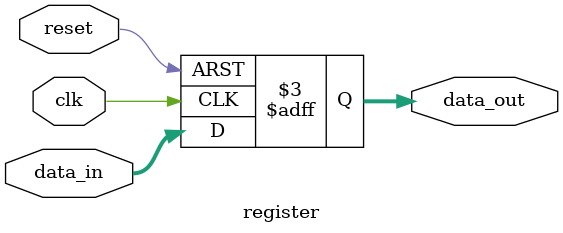
<source format=v>
module register(
input [31:0] data_in,
input clk,reset,
output reg [31:0] data_out);

always @(posedge clk or negedge reset)
begin
if(reset==0)
 data_out <= 0;
else
 data_out <= data_in;
end
endmodule

</source>
